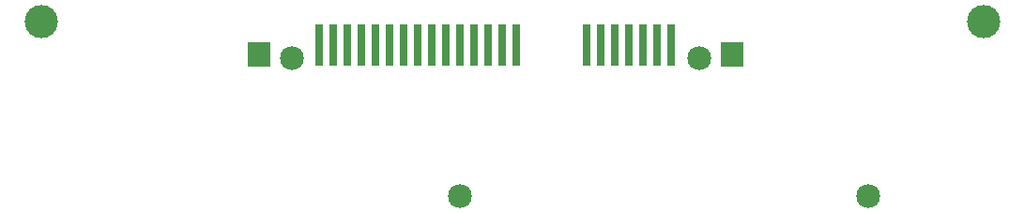
<source format=gbr>
%TF.GenerationSoftware,KiCad,Pcbnew,(5.1.9)-1*%
%TF.CreationDate,2021-04-07T17:32:18-07:00*%
%TF.ProjectId,driveCaddyAdapter,64726976-6543-4616-9464-794164617074,rev?*%
%TF.SameCoordinates,Original*%
%TF.FileFunction,Soldermask,Bot*%
%TF.FilePolarity,Negative*%
%FSLAX46Y46*%
G04 Gerber Fmt 4.6, Leading zero omitted, Abs format (unit mm)*
G04 Created by KiCad (PCBNEW (5.1.9)-1) date 2021-04-07 17:32:18*
%MOMM*%
%LPD*%
G01*
G04 APERTURE LIST*
%ADD10C,3.000000*%
%ADD11C,2.159000*%
%ADD12R,0.660400X3.810000*%
%ADD13R,2.159000X2.260600*%
G04 APERTURE END LIST*
D10*
%TO.C,H2*%
X274000000Y-67000000D03*
%TD*%
%TO.C,H1*%
X189000000Y-67000000D03*
%TD*%
D11*
%TO.C,J2*%
X211599999Y-70299999D03*
X248400001Y-70299999D03*
D12*
X214125025Y-69149999D03*
X215395025Y-69149999D03*
X216665025Y-69149999D03*
X217935025Y-69149999D03*
X219205025Y-69149999D03*
X220475025Y-69149999D03*
X221745025Y-69149999D03*
X223015025Y-69149999D03*
X224285025Y-69149999D03*
X225555025Y-69149999D03*
X226825025Y-69149999D03*
X228095025Y-69149999D03*
X229365025Y-69149999D03*
X230635025Y-69149999D03*
X231905025Y-69149999D03*
X238255025Y-69149999D03*
X239525025Y-69149999D03*
X240795025Y-69149999D03*
X242065025Y-69149999D03*
X243335025Y-69149999D03*
X244605025Y-69149999D03*
X245875025Y-69149999D03*
D13*
X208650005Y-70000000D03*
X251349995Y-70000000D03*
%TD*%
D11*
%TO.C,J1*%
X226799999Y-82762501D03*
X263600001Y-82762501D03*
%TD*%
M02*

</source>
